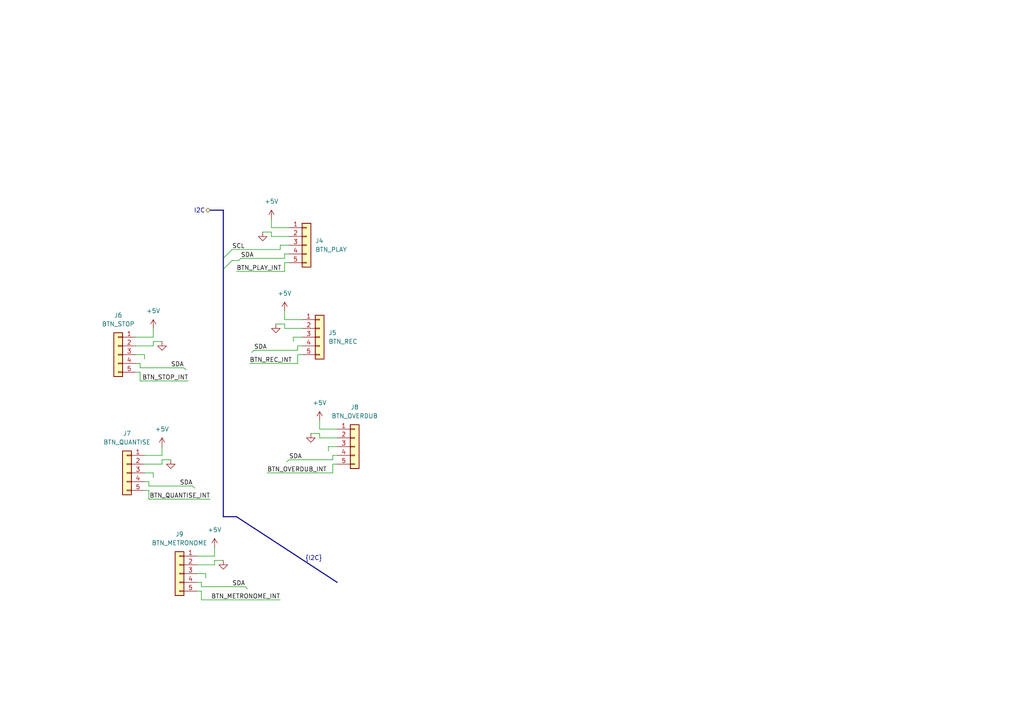
<source format=kicad_sch>
(kicad_sch (version 20250114) (generator "eeschema") (generator_version "9.0")
  (paper "A4")
  (lib_symbols
    (symbol "4ms_Power-symbol:+5V" (power) (pin_names (offset 0))
      (property "Value" "+5V" (at 0 3.556 0))
      (symbol "+5V_0_1"
        (polyline (pts (xy -0.762 1.27) (xy 0 2.54)))
        (polyline (pts (xy 0 2.54) (xy 0.762 1.27)))
        (polyline (pts (xy 0 0) (xy 0 2.54)))
      )
      (symbol "+5V_1_1"
        (pin power_in line (at 0 0 90) (length 0) (hide yes) (name "+5V") (number "1"))
      )
    )
    (symbol "4ms_Power-symbol:GND" (power) (pin_names (offset 0))
      (property "Value" "GND" (at 0 -3.81 0))
      (symbol "GND_0_1"
        (polyline (pts (xy 0 0) (xy 0 -1.27) (xy 1.27 -1.27) (xy 0 -2.54) (xy -1.27 -1.27) (xy 0 -1.27)))
      )
      (symbol "GND_1_1"
        (pin power_in line (at 0 0 270) (length 0) (hide yes) (name "GND") (number "1"))
      )
    )
    (symbol "Connector_Generic:Conn_01x05" (pin_names (offset 1.016) (hide yes))
      (property "Reference" "J" (at 0 7.62 0))
      (property "Value" "Conn_01x05" (at 0 -7.62 0))
      (symbol "Conn_01x05_1_1"
        (rectangle (start -1.27 6.35) (end 1.27 -6.35) (stroke (width 0.254)) (fill (type background)))
        (rectangle (start -1.27 5.207) (end 0 4.953) (stroke (width 0.1524)))
        (rectangle (start -1.27 2.667) (end 0 2.413) (stroke (width 0.1524)))
        (rectangle (start -1.27 0.127) (end 0 -0.127) (stroke (width 0.1524)))
        (rectangle (start -1.27 -2.413) (end 0 -2.667) (stroke (width 0.1524)))
        (rectangle (start -1.27 -4.953) (end 0 -5.207) (stroke (width 0.1524)))
        (pin passive line (at -5.08 5.08 0) (length 3.81) (name "Pin_1") (number "1"))
        (pin passive line (at -5.08 2.54 0) (length 3.81) (name "Pin_2") (number "2"))
        (pin passive line (at -5.08 0 0) (length 3.81) (name "Pin_3") (number "3"))
        (pin passive line (at -5.08 -2.54 0) (length 3.81) (name "Pin_4") (number "4"))
        (pin passive line (at -5.08 -5.08 0) (length 3.81) (name "Pin_5") (number "5"))
      )
    )
  )
  (bus_entry (at 64.77 78.105) (size 2.54 -2.54))
  (bus_entry (at 64.77 74.93) (size 2.54 -2.54))
  (wire (pts (xy 58.42 171.45) (xy 57.15 171.45)))
  (wire (pts (xy 62.23 158.75) (xy 62.23 161.29)))
  (wire (pts (xy 62.23 163.83) (xy 57.15 163.83)))
  (wire (pts (xy 59.69 166.37) (xy 59.69 167.64)))
  (wire (pts (xy 62.23 161.29) (xy 57.15 161.29)))
  (wire (pts (xy 58.42 171.45) (xy 58.42 173.99)))
  (wire (pts (xy 82.55 76.2) (xy 82.55 78.74)))
  (wire (pts (xy 73.66 101.6) (xy 86.36 101.6)))
  (wire (pts (xy 43.18 142.24) (xy 41.91 142.24)))
  (wire (pts (xy 95.25 129.54) (xy 97.79 129.54)))
  (wire (pts (xy 41.91 102.87) (xy 39.37 102.87)))
  (wire (pts (xy 78.74 63.5) (xy 78.74 66.04)))
  (wire (pts (xy 83.82 133.35) (xy 96.52 133.35)))
  (wire (pts (xy 43.18 139.7) (xy 41.91 139.7)))
  (wire (pts (xy 40.64 105.41) (xy 39.37 105.41)))
  (wire (pts (xy 96.52 134.62) (xy 97.79 134.62)))
  (wire (pts (xy 86.36 102.87) (xy 86.36 105.41)))
  (wire (pts (xy 71.12 170.18) (xy 58.42 170.18)))
  (wire (pts (xy 46.99 134.62) (xy 41.91 134.62)))
  (wire (pts (xy 69.85 74.93) (xy 82.55 74.93)))
  (wire (pts (xy 86.36 100.33) (xy 86.36 101.6)))
  (wire (pts (xy 96.52 134.62) (xy 96.52 137.16)))
  (wire (pts (xy 64.77 162.56) (xy 62.23 162.56)))
  (wire (pts (xy 82.55 90.17) (xy 82.55 92.71)))
  (wire (pts (xy 82.55 73.66) (xy 82.55 74.93)))
  (wire (pts (xy 53.34 106.68) (xy 40.64 106.68)))
  (wire (pts (xy 40.64 105.41) (xy 40.64 106.68)))
  (wire (pts (xy 95.25 129.54) (xy 95.25 130.81)))
  (wire (pts (xy 62.23 162.56) (xy 62.23 163.83)))
  (bus (pts (xy 64.77 78.105) (xy 64.77 149.86)))
  (wire (pts (xy 82.55 73.66) (xy 83.82 73.66)))
  (wire (pts (xy 92.71 125.73) (xy 92.71 127)))
  (bus (pts (xy 68.58 149.86) (xy 97.79 168.91)))
  (wire (pts (xy 92.71 124.46) (xy 97.79 124.46)))
  (wire (pts (xy 69.215 75.565) (xy 69.85 74.93)))
  (wire (pts (xy 56.515 141.605) (xy 55.88 140.97)))
  (wire (pts (xy 76.2 67.31) (xy 78.74 67.31)))
  (wire (pts (xy 78.74 67.31) (xy 78.74 68.58)))
  (wire (pts (xy 44.45 95.25) (xy 44.45 97.79)))
  (wire (pts (xy 71.755 170.815) (xy 71.12 170.18)))
  (wire (pts (xy 40.64 107.95) (xy 40.64 110.49)))
  (wire (pts (xy 82.55 92.71) (xy 87.63 92.71)))
  (wire (pts (xy 49.53 133.35) (xy 46.99 133.35)))
  (wire (pts (xy 40.64 107.95) (xy 39.37 107.95)))
  (wire (pts (xy 78.74 66.04) (xy 83.82 66.04)))
  (wire (pts (xy 82.55 76.2) (xy 83.82 76.2)))
  (wire (pts (xy 85.09 97.79) (xy 85.09 99.06)))
  (wire (pts (xy 46.99 133.35) (xy 46.99 134.62)))
  (wire (pts (xy 90.17 125.73) (xy 92.71 125.73)))
  (wire (pts (xy 82.55 93.98) (xy 82.55 95.25)))
  (wire (pts (xy 46.99 99.06) (xy 44.45 99.06)))
  (wire (pts (xy 80.01 93.98) (xy 82.55 93.98)))
  (wire (pts (xy 55.88 140.97) (xy 43.18 140.97)))
  (wire (pts (xy 78.74 68.58) (xy 83.82 68.58)))
  (wire (pts (xy 72.39 105.41) (xy 86.36 105.41)))
  (wire (pts (xy 41.91 102.87) (xy 41.91 104.14)))
  (wire (pts (xy 46.99 129.54) (xy 46.99 132.08)))
  (wire (pts (xy 92.71 121.92) (xy 92.71 124.46)))
  (wire (pts (xy 43.18 139.7) (xy 43.18 140.97)))
  (wire (pts (xy 77.47 137.16) (xy 96.52 137.16)))
  (wire (pts (xy 85.09 97.79) (xy 87.63 97.79)))
  (wire (pts (xy 81.28 71.12) (xy 81.28 72.39)))
  (wire (pts (xy 43.18 142.24) (xy 43.18 144.78)))
  (wire (pts (xy 44.45 97.79) (xy 39.37 97.79)))
  (wire (pts (xy 82.55 95.25) (xy 87.63 95.25)))
  (wire (pts (xy 86.36 100.33) (xy 87.63 100.33)))
  (wire (pts (xy 54.61 110.49) (xy 40.64 110.49)))
  (wire (pts (xy 44.45 137.16) (xy 44.45 138.43)))
  (wire (pts (xy 86.36 102.87) (xy 87.63 102.87)))
  (wire (pts (xy 44.45 100.33) (xy 39.37 100.33)))
  (wire (pts (xy 92.71 127) (xy 97.79 127)))
  (wire (pts (xy 81.28 173.99) (xy 58.42 173.99)))
  (bus (pts (xy 60.96 60.96) (xy 64.77 60.96)))
  (wire (pts (xy 83.185 133.985) (xy 83.82 133.35)))
  (bus (pts (xy 68.58 149.86) (xy 64.77 149.86)))
  (wire (pts (xy 67.31 75.565) (xy 69.215 75.565)))
  (wire (pts (xy 44.45 99.06) (xy 44.45 100.33)))
  (bus (pts (xy 64.77 74.93) (xy 64.77 78.105)))
  (wire (pts (xy 53.975 107.315) (xy 53.34 106.68)))
  (wire (pts (xy 67.31 72.39) (xy 81.28 72.39)))
  (wire (pts (xy 60.96 144.78) (xy 43.18 144.78)))
  (wire (pts (xy 44.45 137.16) (xy 41.91 137.16)))
  (wire (pts (xy 58.42 168.91) (xy 57.15 168.91)))
  (wire (pts (xy 46.99 132.08) (xy 41.91 132.08)))
  (wire (pts (xy 96.52 132.08) (xy 96.52 133.35)))
  (bus (pts (xy 64.77 60.96) (xy 64.77 74.93)))
  (wire (pts (xy 73.025 102.235) (xy 73.66 101.6)))
  (wire (pts (xy 96.52 132.08) (xy 97.79 132.08)))
  (wire (pts (xy 59.69 166.37) (xy 57.15 166.37)))
  (wire (pts (xy 81.28 71.12) (xy 83.82 71.12)))
  (wire (pts (xy 58.42 168.91) (xy 58.42 170.18)))
  (wire (pts (xy 68.58 78.74) (xy 82.55 78.74)))
  (label "SCL" (at 67.31 72.39 0))
  (label "SDA" (at 53.34 106.68 180))
  (label "BTN_REC_INT" (at 72.39 105.41 0))
  (label "SDA" (at 69.85 74.93 0))
  (label "BTN_STOP_INT" (at 54.61 110.49 180))
  (label "SDA" (at 55.88 140.97 180))
  (label "SDA" (at 71.12 170.18 180))
  (label "BTN_OVERDUB_INT" (at 77.47 137.16 0))
  (label "BTN_PLAY_INT" (at 68.58 78.74 0))
  (label "BTN_METRONOME_INT" (at 81.28 173.99 180))
  (label "SDA" (at 73.66 101.6 0))
  (label "SDA" (at 83.82 133.35 0))
  (label "BTN_QUANTISE_INT" (at 60.96 144.78 180))
  (label "{I2C}" (at 88.5064 162.8555 0))
  (hierarchical_label "I2C" (shape bidirectional) (at 60.96 60.96 180))
  (symbol (lib_id "4ms_Power-symbol:+5V") (at 44.45 95.25 0) (mirror y) (unit 1)
    (property "Reference" "#PWR028" (effects (hide yes)))
    (property "Value" "+5V" (at 44.45 90.17 0))
  )
  (symbol (lib_id "Connector_Generic:Conn_01x05") (at 36.83 137.16 0) (mirror y) (unit 1)
    (property "Reference" "J7" (at 36.83 125.73 0))
    (property "Value" "BTN_QUANTISE" (at 36.83 128.27 0))
    (property "Description" "Generic connector, single row, 01x05, script generated (kicad-library-utils/schlib/autogen/connector/)" (effects (hide yes)))
  )
  (symbol (lib_id "4ms_Power-symbol:GND") (at 80.01 93.98 0) (unit 1)
    (property "Reference" "#PWR025" (effects (hide yes)))
    (property "Value" "GND" (effects (hide yes)))
  )
  (symbol (lib_id "Connector_Generic:Conn_01x05") (at 92.71 97.79 0) (unit 1)
    (property "Reference" "J5" (at 95.25 96.5199 0) (effects (justify left)))
    (property "Value" "BTN_REC" (at 95.25 99.0599 0) (effects (justify left)))
    (property "Description" "Generic connector, single row, 01x05, script generated (kicad-library-utils/schlib/autogen/connector/)" (effects (hide yes)))
  )
  (symbol (lib_id "4ms_Power-symbol:+5V") (at 78.74 63.5 0) (unit 1)
    (property "Reference" "#PWR023" (effects (hide yes)))
    (property "Value" "+5V" (at 78.74 58.42 0))
  )
  (symbol (lib_id "4ms_Power-symbol:+5V") (at 92.71 121.92 0) (unit 1)
    (property "Reference" "#PWR031" (effects (hide yes)))
    (property "Value" "+5V" (at 92.71 116.84 0))
  )
  (symbol (lib_id "Connector_Generic:Conn_01x05") (at 34.29 102.87 0) (mirror y) (unit 1)
    (property "Reference" "J6" (at 34.29 91.44 0))
    (property "Value" "BTN_STOP" (at 34.29 93.98 0))
    (property "Description" "Generic connector, single row, 01x05, script generated (kicad-library-utils/schlib/autogen/connector/)" (effects (hide yes)))
  )
  (symbol (lib_id "4ms_Power-symbol:+5V") (at 62.23 158.75 0) (mirror y) (unit 1)
    (property "Reference" "#PWR033" (effects (hide yes)))
    (property "Value" "+5V" (at 62.23 153.67 0))
  )
  (symbol (lib_id "4ms_Power-symbol:GND") (at 46.99 99.06 0) (mirror y) (unit 1)
    (property "Reference" "#PWR027" (effects (hide yes)))
    (property "Value" "GND" (effects (hide yes)))
  )
  (symbol (lib_id "4ms_Power-symbol:GND") (at 49.53 133.35 0) (mirror y) (unit 1)
    (property "Reference" "#PWR030" (effects (hide yes)))
    (property "Value" "GND" (effects (hide yes)))
  )
  (symbol (lib_id "Connector_Generic:Conn_01x05") (at 52.07 166.37 0) (mirror y) (unit 1)
    (property "Reference" "J9" (at 52.07 154.94 0))
    (property "Value" "BTN_METRONOME" (at 52.07 157.48 0))
    (property "Description" "Generic connector, single row, 01x05, script generated (kicad-library-utils/schlib/autogen/connector/)" (effects (hide yes)))
  )
  (symbol (lib_id "4ms_Power-symbol:+5V") (at 46.99 129.54 0) (mirror y) (unit 1)
    (property "Reference" "#PWR029" (effects (hide yes)))
    (property "Value" "+5V" (at 46.99 124.46 0))
  )
  (symbol (lib_id "4ms_Power-symbol:+5V") (at 82.55 90.17 0) (unit 1)
    (property "Reference" "#PWR026" (effects (hide yes)))
    (property "Value" "+5V" (at 82.55 85.09 0))
  )
  (symbol (lib_id "Connector_Generic:Conn_01x05") (at 88.9 71.12 0) (unit 1)
    (property "Reference" "J4" (at 91.44 69.8499 0) (effects (justify left)))
    (property "Value" "BTN_PLAY" (at 91.44 72.3899 0) (effects (justify left)))
    (property "Description" "Generic connector, single row, 01x05, script generated (kicad-library-utils/schlib/autogen/connector/)" (effects (hide yes)))
  )
  (symbol (lib_id "4ms_Power-symbol:GND") (at 76.2 67.31 0) (unit 1)
    (property "Reference" "#PWR024" (effects (hide yes)))
    (property "Value" "GND" (effects (hide yes)))
  )
  (symbol (lib_id "4ms_Power-symbol:GND") (at 90.17 125.73 0) (unit 1)
    (property "Reference" "#PWR032" (effects (hide yes)))
    (property "Value" "GND" (effects (hide yes)))
  )
  (symbol (lib_id "Connector_Generic:Conn_01x05") (at 102.87 129.54 0) (unit 1)
    (property "Reference" "J8" (at 102.87 118.11 0))
    (property "Value" "BTN_OVERDUB" (at 102.87 120.65 0))
    (property "Description" "Generic connector, single row, 01x05, script generated (kicad-library-utils/schlib/autogen/connector/)" (effects (hide yes)))
  )
  (symbol (lib_id "4ms_Power-symbol:GND") (at 64.77 162.56 0) (mirror y) (unit 1)
    (property "Reference" "#PWR034" (effects (hide yes)))
    (property "Value" "GND" (effects (hide yes)))
  )
)
</source>
